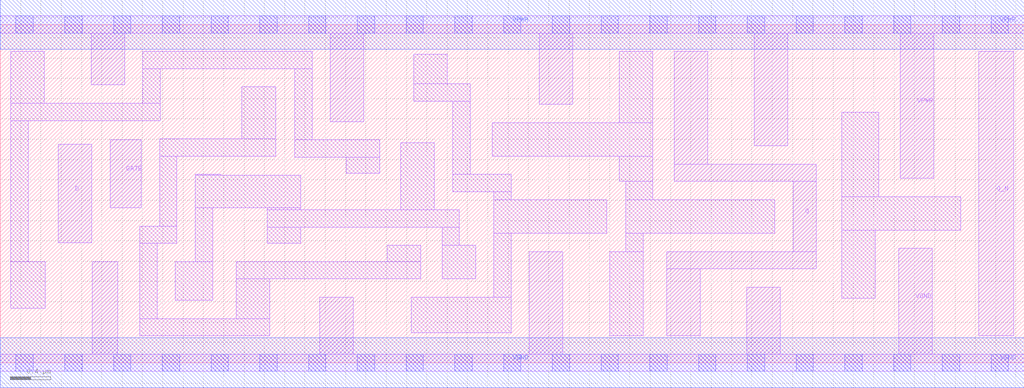
<source format=lef>
# Copyright 2020 The SkyWater PDK Authors
#
# Licensed under the Apache License, Version 2.0 (the "License");
# you may not use this file except in compliance with the License.
# You may obtain a copy of the License at
#
#     https://www.apache.org/licenses/LICENSE-2.0
#
# Unless required by applicable law or agreed to in writing, software
# distributed under the License is distributed on an "AS IS" BASIS,
# WITHOUT WARRANTIES OR CONDITIONS OF ANY KIND, either express or implied.
# See the License for the specific language governing permissions and
# limitations under the License.
#
# SPDX-License-Identifier: Apache-2.0

VERSION 5.7 ;
  NAMESCASESENSITIVE ON ;
  NOWIREEXTENSIONATPIN ON ;
  DIVIDERCHAR "/" ;
  BUSBITCHARS "[]" ;
UNITS
  DATABASE MICRONS 200 ;
END UNITS
MACRO sky130_fd_sc_lp__dlxbp_lp
  CLASS CORE ;
  SOURCE USER ;
  FOREIGN sky130_fd_sc_lp__dlxbp_lp ;
  ORIGIN  0.000000  0.000000 ;
  SIZE  10.08000 BY  3.330000 ;
  SYMMETRY X Y R90 ;
  SITE unit ;
  PIN D
    ANTENNAGATEAREA  0.318000 ;
    DIRECTION INPUT ;
    USE SIGNAL ;
    PORT
      LAYER li1 ;
        RECT 0.570000 1.180000 0.900000 2.150000 ;
    END
  END D
  PIN Q
    ANTENNADIFFAREA  0.585900 ;
    DIRECTION OUTPUT ;
    USE SIGNAL ;
    PORT
      LAYER li1 ;
        RECT 6.560000 0.265000 6.890000 0.925000 ;
        RECT 6.560000 0.925000 8.035000 1.095000 ;
        RECT 6.635000 1.785000 8.035000 1.955000 ;
        RECT 6.635000 1.955000 6.965000 3.065000 ;
        RECT 7.805000 1.095000 8.035000 1.785000 ;
    END
  END Q
  PIN Q_N
    ANTENNADIFFAREA  0.579600 ;
    DIRECTION OUTPUT ;
    USE SIGNAL ;
    PORT
      LAYER li1 ;
        RECT 9.635000 0.265000 9.980000 3.065000 ;
    END
  END Q_N
  PIN GATE
    ANTENNAGATEAREA  0.318000 ;
    DIRECTION INPUT ;
    USE CLOCK ;
    PORT
      LAYER li1 ;
        RECT 1.085000 1.525000 1.390000 2.195000 ;
    END
  END GATE
  PIN VGND
    DIRECTION INOUT ;
    USE GROUND ;
    PORT
      LAYER li1 ;
        RECT 0.000000 -0.085000 10.080000 0.085000 ;
        RECT 0.905000  0.085000  1.155000 0.995000 ;
        RECT 3.145000  0.085000  3.475000 0.645000 ;
        RECT 5.210000  0.085000  5.540000 1.095000 ;
        RECT 7.350000  0.085000  7.680000 0.745000 ;
        RECT 8.845000  0.085000  9.175000 1.125000 ;
      LAYER mcon ;
        RECT 0.155000 -0.085000 0.325000 0.085000 ;
        RECT 0.635000 -0.085000 0.805000 0.085000 ;
        RECT 1.115000 -0.085000 1.285000 0.085000 ;
        RECT 1.595000 -0.085000 1.765000 0.085000 ;
        RECT 2.075000 -0.085000 2.245000 0.085000 ;
        RECT 2.555000 -0.085000 2.725000 0.085000 ;
        RECT 3.035000 -0.085000 3.205000 0.085000 ;
        RECT 3.515000 -0.085000 3.685000 0.085000 ;
        RECT 3.995000 -0.085000 4.165000 0.085000 ;
        RECT 4.475000 -0.085000 4.645000 0.085000 ;
        RECT 4.955000 -0.085000 5.125000 0.085000 ;
        RECT 5.435000 -0.085000 5.605000 0.085000 ;
        RECT 5.915000 -0.085000 6.085000 0.085000 ;
        RECT 6.395000 -0.085000 6.565000 0.085000 ;
        RECT 6.875000 -0.085000 7.045000 0.085000 ;
        RECT 7.355000 -0.085000 7.525000 0.085000 ;
        RECT 7.835000 -0.085000 8.005000 0.085000 ;
        RECT 8.315000 -0.085000 8.485000 0.085000 ;
        RECT 8.795000 -0.085000 8.965000 0.085000 ;
        RECT 9.275000 -0.085000 9.445000 0.085000 ;
        RECT 9.755000 -0.085000 9.925000 0.085000 ;
      LAYER met1 ;
        RECT 0.000000 -0.245000 10.080000 0.245000 ;
    END
  END VGND
  PIN VPWR
    DIRECTION INOUT ;
    USE POWER ;
    PORT
      LAYER li1 ;
        RECT 0.000000 3.245000 10.080000 3.415000 ;
        RECT 0.895000 2.735000  1.225000 3.245000 ;
        RECT 3.250000 2.375000  3.580000 3.245000 ;
        RECT 5.305000 2.545000  5.635000 3.245000 ;
        RECT 7.425000 2.135000  7.755000 3.245000 ;
        RECT 8.860000 1.815000  9.190000 3.245000 ;
      LAYER mcon ;
        RECT 0.155000 3.245000 0.325000 3.415000 ;
        RECT 0.635000 3.245000 0.805000 3.415000 ;
        RECT 1.115000 3.245000 1.285000 3.415000 ;
        RECT 1.595000 3.245000 1.765000 3.415000 ;
        RECT 2.075000 3.245000 2.245000 3.415000 ;
        RECT 2.555000 3.245000 2.725000 3.415000 ;
        RECT 3.035000 3.245000 3.205000 3.415000 ;
        RECT 3.515000 3.245000 3.685000 3.415000 ;
        RECT 3.995000 3.245000 4.165000 3.415000 ;
        RECT 4.475000 3.245000 4.645000 3.415000 ;
        RECT 4.955000 3.245000 5.125000 3.415000 ;
        RECT 5.435000 3.245000 5.605000 3.415000 ;
        RECT 5.915000 3.245000 6.085000 3.415000 ;
        RECT 6.395000 3.245000 6.565000 3.415000 ;
        RECT 6.875000 3.245000 7.045000 3.415000 ;
        RECT 7.355000 3.245000 7.525000 3.415000 ;
        RECT 7.835000 3.245000 8.005000 3.415000 ;
        RECT 8.315000 3.245000 8.485000 3.415000 ;
        RECT 8.795000 3.245000 8.965000 3.415000 ;
        RECT 9.275000 3.245000 9.445000 3.415000 ;
        RECT 9.755000 3.245000 9.925000 3.415000 ;
      LAYER met1 ;
        RECT 0.000000 3.085000 10.080000 3.575000 ;
    END
  END VPWR
  OBS
    LAYER li1 ;
      RECT 0.105000 0.535000 0.445000 0.995000 ;
      RECT 0.105000 0.995000 0.275000 2.385000 ;
      RECT 0.105000 2.385000 1.575000 2.555000 ;
      RECT 0.105000 2.555000 0.435000 3.065000 ;
      RECT 1.375000 0.265000 2.655000 0.435000 ;
      RECT 1.375000 0.435000 1.545000 1.175000 ;
      RECT 1.375000 1.175000 1.740000 1.345000 ;
      RECT 1.405000 2.555000 1.575000 2.895000 ;
      RECT 1.405000 2.895000 3.070000 3.065000 ;
      RECT 1.570000 1.345000 1.740000 2.035000 ;
      RECT 1.570000 2.035000 2.710000 2.205000 ;
      RECT 1.725000 0.615000 2.090000 0.995000 ;
      RECT 1.920000 0.995000 2.090000 1.525000 ;
      RECT 1.920000 1.525000 2.960000 1.845000 ;
      RECT 1.920000 1.845000 2.170000 1.855000 ;
      RECT 2.325000 0.435000 2.655000 0.825000 ;
      RECT 2.325000 0.825000 4.140000 0.995000 ;
      RECT 2.380000 2.205000 2.710000 2.715000 ;
      RECT 2.630000 1.175000 2.960000 1.335000 ;
      RECT 2.630000 1.335000 4.520000 1.505000 ;
      RECT 2.630000 1.505000 2.960000 1.525000 ;
      RECT 2.900000 2.025000 3.735000 2.195000 ;
      RECT 2.900000 2.195000 3.070000 2.895000 ;
      RECT 3.405000 1.865000 3.735000 2.025000 ;
      RECT 3.810000 0.995000 4.140000 1.155000 ;
      RECT 3.945000 1.505000 4.275000 2.165000 ;
      RECT 4.045000 0.295000 5.030000 0.645000 ;
      RECT 4.070000 2.575000 4.625000 2.745000 ;
      RECT 4.070000 2.745000 4.400000 3.035000 ;
      RECT 4.350000 0.825000 4.680000 1.155000 ;
      RECT 4.350000 1.155000 4.520000 1.335000 ;
      RECT 4.455000 1.685000 5.030000 1.855000 ;
      RECT 4.455000 1.855000 4.625000 2.575000 ;
      RECT 4.845000 2.035000 6.425000 2.365000 ;
      RECT 4.860000 0.645000 5.030000 1.275000 ;
      RECT 4.860000 1.275000 5.970000 1.605000 ;
      RECT 4.860000 1.605000 5.030000 1.685000 ;
      RECT 6.000000 0.265000 6.330000 1.095000 ;
      RECT 6.095000 1.785000 6.425000 2.035000 ;
      RECT 6.095000 2.365000 6.425000 3.065000 ;
      RECT 6.160000 1.095000 6.330000 1.275000 ;
      RECT 6.160000 1.275000 7.625000 1.605000 ;
      RECT 6.160000 1.605000 6.425000 1.785000 ;
      RECT 8.285000 0.635000 8.615000 1.305000 ;
      RECT 8.285000 1.305000 9.455000 1.635000 ;
      RECT 8.285000 1.635000 8.650000 2.465000 ;
  END
END sky130_fd_sc_lp__dlxbp_lp

</source>
